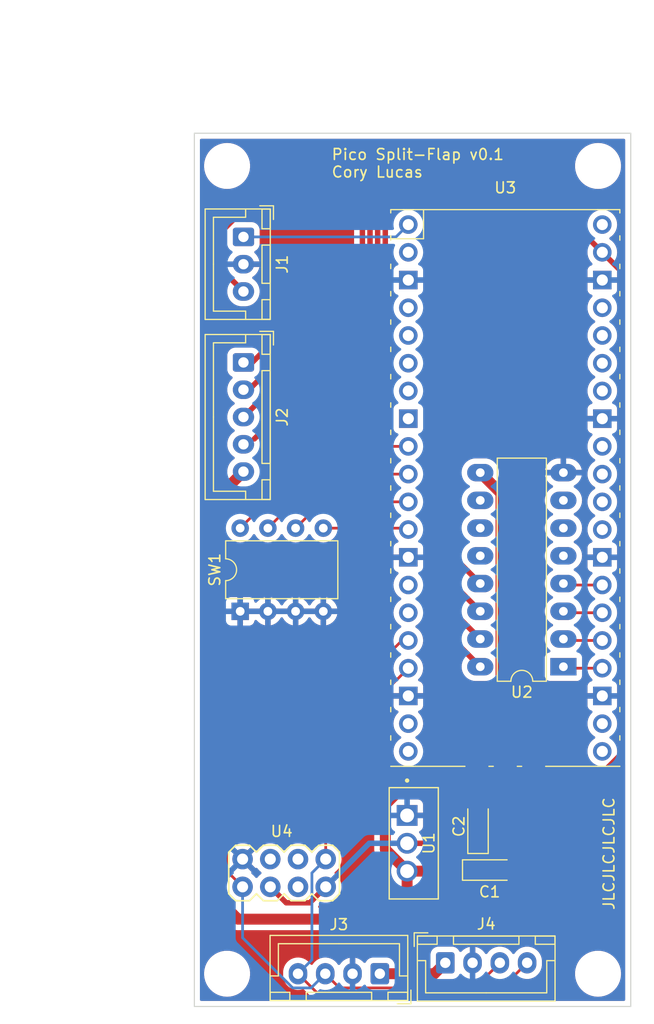
<source format=kicad_pcb>
(kicad_pcb (version 20211014) (generator pcbnew)
  (layers (0 "F.Cu" signal) (31 "B.Cu" signal) (34 "B.Paste" user) (35 "F.Paste" user) (36 "B.SilkS" user "B.Silkscreen") (37 "F.SilkS" user "F.Silkscreen") (38 "B.Mask" user) (39 "F.Mask" user) (44 "Edge.Cuts" user))
  (net 0 "")
  (net 1 "+12V")
  (net 2 "GND")
  (net 3 "+3V3")
  (net 4 "Net-(J1-Pad2)")
  (net 5 "Net-(J2-Pad3)")
  (net 6 "Net-(J2-Pad4)")
  (net 17 "Net-(SW1-Pad8)")
  (net 18 "Net-(SW1-Pad7)")
  (net 35 "Net-(U3-Pad1)")
  (net 36 "Net-(U3-Pad11)")
  (net 37 "Net-(U3-Pad12)")
  (net 40 "Net-(J1-Pad1)")
  (net 41 "Net-(J1-Pad3)")
  (net 42 "Net-(J1-Pad4)")
  (net 43 "Net-(U3-Pad24)")
  (net 44 "Net-(U3-Pad25)")
  (net 45 "Net-(U3-Pad26)")
  (net 46 "Net-(U3-Pad27)")
  (footprint "MountingHole:MountingHole_3.2mm_M3_ISO14580" (layer "F.Cu") (at 82 63)
    (fp_text reference "H3" hide)
    (fp_text value "MountingHole")
    (pad "" np_thru_hole circle (at 0 0) (size 3.2 3.2) (drill 3.2) (layers *.Cu *.Mask))
  )
  (footprint "SnapEDA Library:TO255P1020X450X1968-3" (layer "F.Cu") (at 64.5 122.5 -90)
    (fp_text reference "U1" (at 2.55 -2 90) (layer "F.SilkS"))
    (fp_text value "LD1117AV33")
    (fp_line (start -2.55 -2.86) (end 7.65 -2.86) (layer "F.SilkS") (width 0.127))
    (fp_line (start -2.55 1.64) (end -2.55 -2.86) (layer "F.SilkS") (width 0.127))
    (fp_line (start 7.65 -2.86) (end 7.65 1.64) (layer "F.SilkS") (width 0.127))
    (fp_line (start 7.65 1.64) (end -2.55 1.64) (layer "F.SilkS") (width 0.127))
    (fp_circle (center -3.2 0) (end -3.1 0) (layer "F.SilkS") (width 0.2) (fill none))
    (pad "1" thru_hole rect locked (at 0 0 270) (size 1.91 1.91) (drill 1.27) (layers *.Cu *.Mask) (net 2 "GND"))
    (pad "2" thru_hole circle locked (at 2.55 0 270) (size 1.91 1.91) (drill 1.27) (layers *.Cu *.Mask) (net 3 "+3V3"))
    (pad "3" thru_hole circle locked (at 5.1 0 270) (size 1.91 1.91) (drill 1.27) (layers *.Cu *.Mask) (net 1 "+12V"))
  )
  (footprint "Package_DIP:DIP-16_W7.62mm_LongPads" (layer "F.Cu") (at 78.825 108.875 180)
    (fp_text reference "U2" (at 3.81 -2.33) (layer "F.SilkS"))
    (fp_text value "ULN2004A")
    (fp_line (start 2.81 -1.33) (end 1.56 -1.33) (layer "F.SilkS") (width 0.12))
    (fp_line (start 6.06 -1.33) (end 4.81 -1.33) (layer "F.SilkS") (width 0.12))
    (fp_line (start 6.06 19.11) (end 6.06 -1.33) (layer "F.SilkS") (width 0.12))
    (fp_line (start 1.56 19.11) (end 6.06 19.11) (layer "F.SilkS") (width 0.12))
    (fp_line (start 1.56 -1.33) (end 1.56 19.11) (layer "F.SilkS") (width 0.12))
    (fp_arc (start 4.81 -1.33) (mid 3.81 -0.33) (end 2.81 -1.33) (layer "F.SilkS") (width 0.12))
    (pad "1" thru_hole rect (at 0 0 180) (size 2.4 1.6) (drill 0.8) (layers *.Cu *.Mask) (net 43 "Net-(U3-Pad24)"))
    (pad "2" thru_hole oval (at 0 2.54 180) (size 2.4 1.6) (drill 0.8) (layers *.Cu *.Mask) (net 44 "Net-(U3-Pad25)"))
    (pad "3" thru_hole oval (at 0 5.08 180) (size 2.4 1.6) (drill 0.8) (layers *.Cu *.Mask) (net 45 "Net-(U3-Pad26)"))
    (pad "4" thru_hole oval (at 0 7.62 180) (size 2.4 1.6) (drill 0.8) (layers *.Cu *.Mask) (net 46 "Net-(U3-Pad27)"))
    (pad "5" thru_hole oval (at 0 10.16 180) (size 2.4 1.6) (drill 0.8) (layers *.Cu *.Mask))
    (pad "6" thru_hole oval (at 0 12.7 180) (size 2.4 1.6) (drill 0.8) (layers *.Cu *.Mask))
    (pad "7" thru_hole oval (at 0 15.24 180) (size 2.4 1.6) (drill 0.8) (layers *.Cu *.Mask))
    (pad "8" thru_hole oval (at 0 17.78 180) (size 2.4 1.6) (drill 0.8) (layers *.Cu *.Mask) (net 2 "GND"))
    (pad "9" thru_hole oval (at 7.62 17.78 180) (size 2.4 1.6) (drill 0.8) (layers *.Cu *.Mask) (net 1 "+12V"))
    (pad "10" thru_hole oval (at 7.62 15.24 180) (size 2.4 1.6) (drill 0.8) (layers *.Cu *.Mask))
    (pad "11" thru_hole oval (at 7.62 12.7 180) (size 2.4 1.6) (drill 0.8) (layers *.Cu *.Mask))
    (pad "12" thru_hole oval (at 7.62 10.16 180) (size 2.4 1.6) (drill 0.8) (layers *.Cu *.Mask))
    (pad "13" thru_hole oval (at 7.62 7.62 180) (size 2.4 1.6) (drill 0.8) (layers *.Cu *.Mask) (net 40 "Net-(J1-Pad1)"))
    (pad "14" thru_hole oval (at 7.62 5.08 180) (size 2.4 1.6) (drill 0.8) (layers *.Cu *.Mask) (net 4 "Net-(J1-Pad2)"))
    (pad "15" thru_hole oval (at 7.62 2.54 180) (size 2.4 1.6) (drill 0.8) (layers *.Cu *.Mask) (net 41 "Net-(J1-Pad3)"))
    (pad "16" thru_hole oval (at 7.62 0 180) (size 2.4 1.6) (drill 0.8) (layers *.Cu *.Mask) (net 42 "Net-(J1-Pad4)"))
  )
  (footprint "MountingHole:MountingHole_3.2mm_M3_ISO14580" (layer "F.Cu") (at 48 63)
    (fp_text reference "H1" hide)
    (fp_text value "MountingHole")
    (pad "" np_thru_hole circle (at 0 0) (size 3.2 3.2) (drill 3.2) (layers *.Cu *.Mask))
  )
  (footprint "Package_DIP:DIP-8_W7.62mm" (layer "F.Cu") (at 49.2 103.8 90)
    (fp_text reference "SW1" (at 3.81 -2.33 90) (layer "F.SilkS"))
    (fp_text value "Address DIP Switch")
    (fp_line (start 2.81 -1.33) (end 1.16 -1.33) (layer "F.SilkS") (width 0.12))
    (fp_line (start 6.46 -1.33) (end 4.81 -1.33) (layer "F.SilkS") (width 0.12))
    (fp_line (start 1.16 -1.33) (end 1.16 8.95) (layer "F.SilkS") (width 0.12))
    (fp_line (start 6.46 8.95) (end 6.46 -1.33) (layer "F.SilkS") (width 0.12))
    (fp_line (start 1.16 8.95) (end 6.46 8.95) (layer "F.SilkS") (width 0.12))
    (fp_arc (start 4.81 -1.33) (mid 3.81 -0.33) (end 2.81 -1.33) (layer "F.SilkS") (width 0.12))
    (pad "1" thru_hole rect (at 0 0 90) (size 1.6 1.6) (drill 0.8) (layers *.Cu *.Mask) (net 2 "GND"))
    (pad "2" thru_hole oval (at 0 2.54 90) (size 1.6 1.6) (drill 0.8) (layers *.Cu *.Mask) (net 2 "GND"))
    (pad "3" thru_hole oval (at 0 5.08 90) (size 1.6 1.6) (drill 0.8) (layers *.Cu *.Mask) (net 2 "GND"))
    (pad "4" thru_hole oval (at 0 7.62 90) (size 1.6 1.6) (drill 0.8) (layers *.Cu *.Mask) (net 2 "GND"))
    (pad "5" thru_hole oval (at 7.62 7.62 90) (size 1.6 1.6) (drill 0.8) (layers *.Cu *.Mask) (net 37 "Net-(U3-Pad12)"))
    (pad "6" thru_hole oval (at 7.62 5.08 90) (size 1.6 1.6) (drill 0.8) (layers *.Cu *.Mask) (net 36 "Net-(U3-Pad11)"))
    (pad "7" thru_hole oval (at 7.62 2.54 90) (size 1.6 1.6) (drill 0.8) (layers *.Cu *.Mask) (net 18 "Net-(SW1-Pad7)"))
    (pad "8" thru_hole oval (at 7.62 0 90) (size 1.6 1.6) (drill 0.8) (layers *.Cu *.Mask) (net 17 "Net-(SW1-Pad8)"))
  )
  (footprint "MountingHole:MountingHole_3.2mm_M3_ISO14580" (layer "F.Cu") (at 48 137)
    (fp_text reference "H4" hide)
    (fp_text value "MountingHole")
    (pad "" np_thru_hole circle (at 0 0) (size 3.2 3.2) (drill 3.2) (layers *.Cu *.Mask))
  )
  (footprint "Connector_JST:JST_XH_B3B-XH-A_1x03_P2.50mm_Vertical" (layer "F.Cu") (at 49.5 69.5 -90)
    (fp_text reference "J1" (at 2.5 -3.55 90) (layer "F.SilkS"))
    (fp_text value "Hall Sesnsor Connector")
    (fp_line (start -1.6 -2.75) (end -2.85 -2.75) (layer "F.SilkS") (width 0.12))
    (fp_line (start -2.56 3.51) (end 7.56 3.51) (layer "F.SilkS") (width 0.12))
    (fp_line (start 7.56 -2.46) (end -2.56 -2.46) (layer "F.SilkS") (width 0.12))
    (fp_line (start 7.55 -0.2) (end 6.8 -0.2) (layer "F.SilkS") (width 0.12))
    (fp_line (start -2.85 -2.75) (end -2.85 -1.5) (layer "F.SilkS") (width 0.12))
    (fp_line (start 5.75 -1.7) (end 7.55 -1.7) (layer "F.SilkS") (width 0.12))
    (fp_line (start -1.8 -0.2) (end -1.8 2.75) (layer "F.SilkS") (width 0.12))
    (fp_line (start 4.25 -2.45) (end 0.75 -2.45) (layer "F.SilkS") (width 0.12))
    (fp_line (start 0.75 -2.45) (end 0.75 -1.7) (layer "F.SilkS") (width 0.12))
    (fp_line (start 4.25 -1.7) (end 4.25 -2.45) (layer "F.SilkS") (width 0.12))
    (fp_line (start -2.55 -1.7) (end -0.75 -1.7) (layer "F.SilkS") (width 0.12))
    (fp_line (start 5.75 -2.45) (end 5.75 -1.7) (layer "F.SilkS") (width 0.12))
    (fp_line (start -2.55 -0.2) (end -1.8 -0.2) (layer "F.SilkS") (width 0.12))
    (fp_line (start 6.8 -0.2) (end 6.8 2.75) (layer "F.SilkS") (width 0.12))
    (fp_line (start 7.55 -1.7) (end 7.55 -2.45) (layer "F.SilkS") (width 0.12))
    (fp_line (start -1.8 2.75) (end 2.5 2.75) (layer "F.SilkS") (width 0.12))
    (fp_line (start -0.75 -2.45) (end -2.55 -2.45) (layer "F.SilkS") (width 0.12))
    (fp_line (start 6.8 2.75) (end 2.5 2.75) (layer "F.SilkS") (width 0.12))
    (fp_line (start 7.56 3.51) (end 7.56 -2.46) (layer "F.SilkS") (width 0.12))
    (fp_line (start -2.55 -2.45) (end -2.55 -1.7) (layer "F.SilkS") (width 0.12))
    (fp_line (start -2.56 -2.46) (end -2.56 3.51) (layer "F.SilkS") (width 0.12))
    (fp_line (start 7.55 -2.45) (end 5.75 -2.45) (layer "F.SilkS") (width 0.12))
    (fp_line (start -0.75 -1.7) (end -0.75 -2.45) (layer "F.SilkS") (width 0.12))
    (fp_line (start 0.75 -1.7) (end 4.25 -1.7) (layer "F.SilkS") (width 0.12))
    (pad "1" thru_hole roundrect (at 0 0 270) (size 1.7 1.95) (drill 0.95) (layers *.Cu *.Mask) (roundrect_rratio 0.1470588235) (net 35 "Net-(U3-Pad1)"))
    (pad "2" thru_hole oval (at 2.5 0 270) (size 1.7 1.95) (drill 0.95) (layers *.Cu *.Mask) (net 2 "GND"))
    (pad "3" thru_hole oval (at 5 0 270) (size 1.7 1.95) (drill 0.95) (layers *.Cu *.Mask) (net 3 "+3V3"))
  )
  (footprint "MCU_RaspberryPi_and_Boards:RPi_Pico_TH" (layer "F.Cu") (at 73.5 92.5)
    (fp_text reference "U3" (at 0 -27.5) (layer "F.SilkS"))
    (fp_text value "Pico")
    (fp_line (start 10.5 2.3) (end 10.5 2.7) (layer "F.SilkS") (width 0.12))
    (fp_line (start 10.5 7.4) (end 10.5 7.8) (layer "F.SilkS") (width 0.12))
    (fp_line (start 10.5 -18) (end 10.5 -17.6) (layer "F.SilkS") (width 0.12))
    (fp_line (start 10.5 25.5) (end 3.7 25.5) (layer "F.SilkS") (width 0.12))
    (fp_line (start 10.5 22.7) (end 10.5 23.1) (layer "F.SilkS") (width 0.12))
    (fp_line (start -10.5 -2.7) (end -10.5 -2.3) (layer "F.SilkS") (width 0.12))
    (fp_line (start 10.5 -2.7) (end 10.5 -2.3) (layer "F.SilkS") (width 0.12))
    (fp_line (start -1.5 25.5) (end -1.1 25.5) (layer "F.SilkS") (width 0.12))
    (fp_line (start -10.5 12.5) (end -10.5 12.9) (layer "F.SilkS") (width 0.12))
    (fp_line (start -10.5 17.6) (end -10.5 18) (layer "F.SilkS") (width 0.12))
    (fp_line (start -10.5 -22.833) (end -7.493 -22.833) (layer "F.SilkS") (width 0.12))
    (fp_line (start -10.5 -5.3) (end -10.5 -4.9) (layer "F.SilkS") (width 0.12))
    (fp_line (start -10.5 15.1) (end -10.5 15.5) (layer "F.SilkS") (width 0.12))
    (fp_line (start -10.5 -25.5) (end -10.5 -25.2) (layer "F.SilkS") (width 0.12))
    (fp_line (start -10.5 -20.5) (end -10.5 -20.1) (layer "F.SilkS") (width 0.12))
    (fp_line (start 10.5 -12.9) (end 10.5 -12.5) (layer "F.SilkS") (width 0.12))
    (fp_line (start 10.5 -20.5) (end 10.5 -20.1) (layer "F.SilkS") (width 0.12))
    (fp_line (start -10.5 -7.8) (end -10.5 -7.4) (layer "F.SilkS") (width 0.12))
    (fp_line (start -10.5 20.1) (end -10.5 20.5) (layer "F.SilkS") (width 0.12))
    (fp_line (start 10.5 -23.1) (end 10.5 -22.7) (layer "F.SilkS") (width 0.12))
    (fp_line (start 10.5 -15.4) (end 10.5 -15) (layer "F.SilkS") (width 0.12))
    (fp_line (start 10.5 12.5) (end 10.5 12.9) (layer "F.SilkS") (width 0.12))
    (fp_line (start 10.5 15.1) (end 10.5 15.5) (layer "F.SilkS") (width 0.12))
    (fp_line (start 10.5 -0.2) (end 10.5 0.2) (layer "F.SilkS") (width 0.12))
    (fp_line (start -10.5 -10.4) (end -10.5 -10) (layer "F.SilkS") (width 0.12))
    (fp_line (start -10.5 -12.9) (end -10.5 -12.5) (layer "F.SilkS") (width 0.12))
    (fp_line (start -10.5 -18) (end -10.5 -17.6) (layer "F.SilkS") (width 0.12))
    (fp_line (start -7.493 -22.833) (end -7.493 -25.5) (layer "F.SilkS") (width 0.12))
    (fp_line (start 1.1 25.5) (end 1.5 25.5) (layer "F.SilkS") (width 0.12))
    (fp_line (start -10.5 -25.5) (end 10.5 -25.5) (layer "F.SilkS") (width 0.12))
    (fp_line (start 10.5 -5.3) (end 10.5 -4.9) (layer "F.SilkS") (width 0.12))
    (fp_line (start -10.5 -15.4) (end -10.5 -15) (layer "F.SilkS") (width 0.12))
    (fp_line (start -10.5 -23.1) (end -10.5 -22.7) (layer "F.SilkS") (width 0.12))
    (fp_line (start 10.5 17.6) (end 10.5 18) (layer "F.SilkS") (width 0.12))
    (fp_line (start -10.5 4.9) (end -10.5 5.3) (layer "F.SilkS") (width 0.12))
    (fp_line (start -10.5 -0.2) (end -10.5 0.2) (layer "F.SilkS") (width 0.12))
    (fp_line (start -10.5 2.3) (end -10.5 2.7) (layer "F.SilkS") (width 0.12))
    (fp_line (start 10.5 4.9) (end 10.5 5.3) (layer "F.SilkS") (width 0.12))
    (fp_line (start 10.5 -10.4) (end 10.5 -10) (layer "F.SilkS") (width 0.12))
    (fp_line (start -10.5 22.7) (end -10.5 23.1) (layer "F.SilkS") (width 0.12))
    (fp_line (start 10.5 -25.5) (end 10.5 -25.2) (layer "F.SilkS") (width 0.12))
    (fp_line (start -10.5 10) (end -10.5 10.4) (layer "F.SilkS") (width 0.12))
    (fp_line (start -3.7 25.5) (end -10.5 25.5) (layer "F.SilkS") (width 0.12))
    (fp_line (start -10.5 7.4) (end -10.5 7.8) (layer "F.SilkS") (width 0.12))
    (fp_line (start 10.5 10) (end 10.5 10.4) (layer "F.SilkS") (width 0.12))
    (fp_line (start 10.5 20.1) (end 10.5 20.5) (layer "F.SilkS") (width 0.12))
    (fp_line (start 10.5 -7.8) (end 10.5 -7.4) (layer "F.SilkS") (width 0.12))
    (pad "1" thru_hole oval (at -8.89 -24.13) (size 1.7 1.7) (drill 1.02) (layers *.Cu *.Mask) (net 35 "Net-(U3-Pad1)"))
    (pad "2" thru_hole oval (at -8.89 -21.59) (size 1.7 1.7) (drill 1.02) (layers *.Cu *.Mask))
    (pad "3" thru_hole rect (at -8.89 -19.05) (size 1.7 1.7) (drill 1.02) (layers *.Cu *.Mask) (net 2 "GND"))
    (pad "4" thru_hole oval (at -8.89 -16.51) (size 1.7 1.7) (drill 1.02) (layers *.Cu *.Mask))
    (pad "5" thru_hole oval (at -8.89 -13.97) (size 1.7 1.7) (drill 1.02) (layers *.Cu *.Mask))
    (pad "6" thru_hole oval (at -8.89 -11.43) (size 1.7 1.7) (drill 1.02) (layers *.Cu *.Mask))
    (pad "7" thru_hole oval (at -8.89 -8.89) (size 1.7 1.7) (drill 1.02) (layers *.Cu *.Mask))
    (pad "8" thru_hole rect (at -8.89 -6.35) (size 1.7 1.7) (drill 1.02) (layers *.Cu *.Mask))
    (pad "9" thru_hole oval (at -8.89 -3.81) (size 1.7 1.7) (drill 1.02) (layers *.Cu *.Mask) (net 17 "Net-(SW1-Pad8)"))
    (pad "10" thru_hole oval (at -8.89 -1.27) (size 1.7 1.7) (drill 1.02) (layers *.Cu *.Mask) (net 18 "Net-(SW1-Pad7)"))
    (pad "11" thru_hole oval (at -8.89 1.27) (size 1.7 1.7) (drill 1.02) (layers *.Cu *.Mask) (net 36 "Net-(U3-Pad11)"))
    (pad "12" thru_hole oval (at -8.89 3.81) (size 1.7 1.7) (drill 1.02) (layers *.Cu *.Mask) (net 37 "Net-(U3-Pad12)"))
    (pad "13" thru_hole rect (at -8.89 6.35) (size 1.7 1.7) (drill 1.02) (layers *.Cu *.Mask) (net 2 "GND"))
    (pad "14" thru_hole oval (at -8.89 8.89) (size 1.7 1.7) (drill 1.02) (layers *.Cu *.Mask))
    (pad "15" thru_hole oval (at -8.89 11.43) (size 1.7 1.7) (drill 1.02) (layers *.Cu *.Mask))
    (pad "16" thru_hole oval (at -8.89 13.97) (size 1.7 1.7) (drill 1.02) (layers *.Cu *.Mask) (net 5 "Net-(J2-Pad3)"))
    (pad "17" thru_hole oval (at -8.89 16.51) (size 1.7 1.7) (drill 1.02) (layers *.Cu *.Mask) (net 6 "Net-(J2-Pad4)"))
    (pad "18" thru_hole rect (at -8.89 19.05) (size 1.7 1.7) (drill 1.02) (layers *.Cu *.Mask) (net 2 "GND"))
    (pad "19" thru_hole oval (at -8.89 21.59) (size 1.7 1.7) (drill 1.02) (layers *.Cu *.Mask))
    (pad "20" thru_hole oval (at -8.89 24.13) (size 1.7 1.7) (drill 1.02) (layers *.Cu *.Mask))
    (pad "21" thru_hole oval (at 8.89 24.13) (size 1.7 1.7) (drill 1.02) (layers *.Cu *.Mask))
    (pad "22" thru_hole oval (at 8.89 21.59) (size 1.7 1.7) (drill 1.02) (layers *.Cu *.Mask))
    (pad "23" thru_hole rect (at 8.89 19.05) (size 1.7 1.7) (drill 1.02) (layers *.Cu *.Mask) (net 2 "GND"))
    (pad "24" thru_hole oval (at 8.89 16.51) (size 1.7 1.7) (drill 1.02) (layers *.Cu *.Mask) (net 43 "Net-(U3-Pad24)"))
    (pad "25" thru_hole oval (at 8.89 13.97) (size 1.7 1.7) (drill 1.02) (layers *.Cu *.Mask) (net 44 "Net-(U3-Pad25)"))
    (pad "26" thru_hole oval (at 8.89 11.43) (size 1.7 1.7) (drill 1.02) (layers *.Cu *.Mask) (net 45 "Net-(U3-Pad26)"))
    (pad "27" thru_hole oval (at 8.89 8.89) (size 1.7 1.7) (drill 1.02) (layers *.Cu *.Mask) (net 46 "Net-(U3-Pad27)"))
    (pad "28" thru_hole rect (at 8.89 6.35) (size 1.7 1.7) (drill 1.02) (layers *.Cu *.Mask) (net 2 "GND"))
    (pad "29" thru_hole oval (at 8.89 3.81) (size 1.7 1.7) (drill 1.02) (layers *.Cu *.Mask))
    (pad "30" thru_hole oval (at 8.89 1.27) (size 1.7 1.7) (drill 1.02) (layers *.Cu *.Mask))
    (pad "31" thru_hole oval (at 8.89 -1.27) (size 1.7 1.7) (drill 1.02) (layers *.Cu *.Mask))
    (pad "32" thru_hole oval (at 8.89 -3.81) (size 1.7 1.7) (drill 1.02) (layers *.Cu *.Mask))
    (pad "33" thru_hole rect (at 8.89 -6.35) (size 1.7 1.7) (drill 1.02) (layers *.Cu *.Mask) (net 2 "GND"))
    (pad "34" thru_hole oval (at 8.89 -8.89) (size 1.7 1.7) (drill 1.02) (layers *.Cu *.Mask))
    (pad "35" thru_hole oval (at 8.89 -11.43) (size 1.7 1.7) (drill 1.02) (layers *.Cu *.Mask))
    (pad "36" thru_hole oval (at 8.89 -13.97) (size 1.7 1.7) (drill 1.02) (layers *.Cu *.Mask))
    (pad "37" thru_hole oval (at 8.89 -16.51) (size 1.7 1.7) (drill 1.02) (layers *.Cu *.Mask))
    (pad "38" thru_hole rect (at 8.89 -19.05) (size 1.7 1.7) (drill 1.02) (layers *.Cu *.Mask) (net 2 "GND"))
    (pad "39" thru_hole oval (at 8.89 -21.59) (size 1.7 1.7) (drill 1.02) (layers *.Cu *.Mask) (net 3 "+3V3"))
    (pad "40" thru_hole oval (at 8.89 -24.13) (size 1.7 1.7) (drill 1.02) (layers *.Cu *.Mask))
  )
  (footprint "Connector_JST:JST_XH_B5B-XH-A_1x05_P2.50mm_Vertical" (layer "F.Cu") (at 49.5 81 -90)
    (fp_text reference "J2" (at 5 -3.55 90) (layer "F.SilkS"))
    (fp_text value "Motor Connector")
    (fp_line (start 9.25 -1.7) (end 9.25 -2.45) (layer "F.SilkS") (width 0.12))
    (fp_line (start 9.25 -2.45) (end 0.75 -2.45) (layer "F.SilkS") (width 0.12))
    (fp_line (start -2.55 -2.45) (end -2.55 -1.7) (layer "F.SilkS") (width 0.12))
    (fp_line (start -2.85 -2.75) (end -2.85 -1.5) (layer "F.SilkS") (width 0.12))
    (fp_line (start 11.8 2.75) (end 5 2.75) (layer "F.SilkS") (width 0.12))
    (fp_line (start -0.75 -2.45) (end -2.55 -2.45) (layer "F.SilkS") (width 0.12))
    (fp_line (start 12.56 -2.46) (end -2.56 -2.46) (layer "F.SilkS") (width 0.12))
    (fp_line (start -1.6 -2.75) (end -2.85 -2.75) (layer "F.SilkS") (width 0.12))
    (fp_line (start 12.55 -0.2) (end 11.8 -0.2) (layer "F.SilkS") (width 0.12))
    (fp_line (start 10.75 -2.45) (end 10.75 -1.7) (layer "F.SilkS") (width 0.12))
    (fp_line (start -1.8 2.75) (end 5 2.75) (layer "F.SilkS") (width 0.12))
    (fp_line (start -2.55 -0.2) (end -1.8 -0.2) (layer "F.SilkS") (width 0.12))
    (fp_line (start 12.56 3.51) (end 12.56 -2.46) (layer "F.SilkS") (width 0.12))
    (fp_line (start -2.55 -1.7) (end -0.75 -1.7) (layer "F.SilkS") (width 0.12))
    (fp_line (start 10.75 -1.7) (end 12.55 -1.7) (layer "F.SilkS") (width 0.12))
    (fp_line (start -2.56 -2.46) (end -2.56 3.51) (layer "F.SilkS") (width 0.12))
    (fp_line (start 0.75 -1.7) (end 9.25 -1.7) (layer "F.SilkS") (width 0.12))
    (fp_line (start 12.55 -2.45) (end 10.75 -2.45) (layer "F.SilkS") (width 0.12))
    (fp_line (start -2.56 3.51) (end 12.56 3.51) (layer "F.SilkS") (width 0.12))
    (fp_line (start 0.75 -2.45) (end 0.75 -1.7) (layer "F.SilkS") (width 0.12))
    (fp_line (start 11.8 -0.2) (end 11.8 2.75) (layer "F.SilkS") (width 0.12))
    (fp_line (start -1.8 -0.2) (end -1.8 2.75) (layer "F.SilkS") (width 0.12))
    (fp_line (start -0.75 -1.7) (end -0.75 -2.45) (layer "F.SilkS") (width 0.12))
    (fp_line (start 12.55 -1.7) (end 12.55 -2.45) (layer "F.SilkS") (width 0.12))
    (pad "1" thru_hole roundrect (at 0 0 270) (size 1.7 1.95) (drill 0.95) (layers *.Cu *.Mask) (roundrect_rratio 0.1470588235) (net 40 "Net-(J1-Pad1)"))
    (pad "2" thru_hole oval (at 2.5 0 270) (size 1.7 1.95) (drill 0.95) (layers *.Cu *.Mask) (net 4 "Net-(J1-Pad2)"))
    (pad "3" thru_hole oval (at 5 0 270) (size 1.7 1.95) (drill 0.95) (layers *.Cu *.Mask) (net 41 "Net-(J1-Pad3)"))
    (pad "4" thru_hole oval (at 7.5 0 270) (size 1.7 1.95) (drill 0.95) (layers *.Cu *.Mask) (net 42 "Net-(J1-Pad4)"))
    (pad "5" thru_hole oval (at 10 0 270) (size 1.7 1.95) (drill 0.95) (layers *.Cu *.Mask) (net 1 "+12V"))
  )
  (footprint "Connector_JST:JST_XH_B4B-XH-A_1x04_P2.50mm_Vertical" (layer "F.Cu") (at 68 136)
    (fp_text reference "J4" (at 3.75 -3.55) (layer "F.SilkS"))
    (fp_text value "Daisy Chain In")
    (fp_line (start 10.06 -2.46) (end -2.56 -2.46) (layer "F.SilkS") (width 0.12))
    (fp_line (start 10.05 -0.2) (end 9.3 -0.2) (layer "F.SilkS") (width 0.12))
    (fp_line (start -1.8 2.75) (end 3.75 2.75) (layer "F.SilkS") (width 0.12))
    (fp_line (start -0.75 -2.45) (end -2.55 -2.45) (layer "F.SilkS") (width 0.12))
    (fp_line (start 9.3 -0.2) (end 9.3 2.75) (layer "F.SilkS") (width 0.12))
    (fp_line (start 10.05 -2.45) (end 8.25 -2.45) (layer "F.SilkS") (width 0.12))
    (fp_line (start 6.75 -1.7) (end 6.75 -2.45) (layer "F.SilkS") (width 0.12))
    (fp_line (start 10.05 -1.7) (end 10.05 -2.45) (layer "F.SilkS") (width 0.12))
    (fp_line (start 6.75 -2.45) (end 0.75 -2.45) (layer "F.SilkS") (width 0.12))
    (fp_line (start -1.6 -2.75) (end -2.85 -2.75) (layer "F.SilkS") (width 0.12))
    (fp_line (start 10.06 3.51) (end 10.06 -2.46) (layer "F.SilkS") (width 0.12))
    (fp_line (start 0.75 -2.45) (end 0.75 -1.7) (layer "F.SilkS") (width 0.12))
    (fp_line (start 8.25 -2.45) (end 8.25 -1.7) (layer "F.SilkS") (width 0.12))
    (fp_line (start 8.25 -1.7) (end 10.05 -1.7) (layer "F.SilkS") (width 0.12))
    (fp_line (start 0.75 -1.7) (end 6.75 -1.7) (layer "F.SilkS") (width 0.12))
    (fp_line (start -1.8 -0.2) (end -1.8 2.75) (layer "F.SilkS") (width 0.12))
    (fp_line (start -2.85 -2.75) (end -2.85 -1.5) (layer "F.SilkS") (width 0.12))
    (fp_line (start -2.55 -2.45) (end -2.55 -1.7) (layer "F.SilkS") (width 0.12))
    (fp_line (start -2.55 -1.7) (end -0.75 -1.7) (layer "F.SilkS") (width 0.12))
    (fp_line (start -0.75 -1.7) (end -0.75 -2.45) (layer "F.SilkS") (width 0.12))
    (fp_line (start 9.3 2.75) (end 3.75 2.75) (layer "F.SilkS") (width 0.12))
    (fp_line (start -2.56 -2.46) (end -2.56 3.51) (layer "F.SilkS") (width 0.12))
    (fp_line (start -2.55 -0.2) (end -1.8 -0.2) (layer "F.SilkS") (width 0.12))
    (fp_line (start -2.56 3.51) (end 10.06 3.51) (layer "F.SilkS") (width 0.12))
    (pad "1" thru_hole roundrect (at 0 0) (size 1.7 1.95) (drill 0.95) (layers *.Cu *.Mask) (roundrect_rratio 0.1470588235) (net 1 "+12V"))
    (pad "2" thru_hole oval (at 2.5 0) (size 1.7 1.95) (drill 0.95) (layers *.Cu *.Mask) (net 2 "GND"))
    (pad "3" thru_hole oval (at 5 0) (size 1.7 1.95) (drill 0.95) (layers *.Cu *.Mask) (net 5 "Net-(J2-Pad3)"))
    (pad "4" thru_hole oval (at 7.5 0) (size 1.7 1.95) (drill 0.95) (layers *.Cu *.Mask) (net 6 "Net-(J2-Pad4)"))
  )
  (footprint "MountingHole:MountingHole_3.2mm_M3_ISO14580" (layer "F.Cu") (at 82 137)
    (fp_text reference "H2" hide)
    (fp_text value "MountingHole")
    (pad "" np_thru_hole circle (at 0 0) (size 3.2 3.2) (drill 3.2) (layers *.Cu *.Mask))
  )
  (footprint "SnapEDA Library:ESP-01" (layer "F.Cu") (at 53.23 127.77)
    (fp_text reference "U4" (at -0.23 -3.81) (layer "F.SilkS"))
    (fp_text value "ESP-01")
    (fp_line (start -5.08 1.905) (end -4.445 2.54) (layer "F.SilkS") (width 0.1524))
    (fp_line (start -2.54 1.905) (end -1.905 2.54) (layer "F.SilkS") (width 0.1524))
    (fp_line (start -2.54 -1.905) (end -1.905 -2.54) (layer "F.SilkS") (width 0.1524))
    (fp_line (start 2.54 1.905) (end 3.175 2.54) (layer "F.SilkS") (width 0.1524))
    (fp_line (start 4.445 -2.54) (end 5.08 -1.905) (layer "F.SilkS") (width 0.1524))
    (fp_line (start 1.905 2.54) (end 2.54 1.905) (layer "F.SilkS") (width 0.1524))
    (fp_line (start 4.445 2.54) (end 5.08 1.905) (layer "F.SilkS") (width 0.1524))
    (fp_line (start 3.175 2.54) (end 4.445 2.54) (layer "F.SilkS") (width 0.1524))
    (fp_line (start -5.08 -1.905) (end -4.445 -2.54) (layer "F.SilkS") (width 0.1524))
    (fp_line (start -0.635 2.54) (end 0 1.905) (layer "F.SilkS") (width 0.1524))
    (fp_line (start -1.905 2.54) (end -0.635 2.54) (layer "F.SilkS") (width 0.1524))
    (fp_line (start -3.175 -2.54) (end -2.54 -1.905) (layer "F.SilkS") (width 0.1524))
    (fp_line (start 0.635 2.54) (end 1.905 2.54) (layer "F.SilkS") (width 0.1524))
    (fp_line (start 1.905 -2.54) (end 2.54 -1.905) (layer "F.SilkS") (width 0.1524))
    (fp_line (start -5.08 1.905) (end -5.08 -1.905) (layer "F.SilkS") (width 0.1524))
    (fp_line (start 3.175 -2.54) (end 4.445 -2.54) (layer "F.SilkS") (width 0.1524))
    (fp_line (start 0 -1.905) (end 0.635 -2.54) (layer "F.SilkS") (width 0.1524))
    (fp_line (start -4.445 2.54) (end -3.175 2.54) (layer "F.SilkS") (width 0.1524))
    (fp_line (start -0.635 -2.54) (end 0 -1.905) (layer "F.SilkS") (width 0.1524))
    (fp_line (start 0.635 -2.54) (end 1.905 -2.54) (layer "F.SilkS") (width 0.1524))
    (fp_line (start -3.175 2.54) (end -2.54 1.905) (layer "F.SilkS") (width 0.1524))
    (fp_line (start 2.54 -1.905) (end 3.175 -2.54) (layer "F.SilkS") (width 0.1524))
    (fp_line (start -1.905 -2.54) (end -0.635 -2.54) (layer "F.SilkS") (width 0.1524))
    (fp_line (start 5.08 -1.905) (end 5.08 1.905) (layer "F.SilkS") (width 0.1524))
    (fp_line (start 0 1.905) (end 0.635 2.54) (layer "F.SilkS") (width 0.1524))
    (fp_line (start -4.445 -2.54) (end -3.175 -2.54) (layer "F.SilkS") (width 0.1524))
    (pad "1" thru_hole circle locked (at -3.81 1.27) (size 1.8796 1.8796) (drill 1.016) (layers *.Cu *.Mask) (net 5 "Net-(J2-Pad3)"))
    (pad "2" thru_hole circle locked (at -3.81 -1.27) (size 1.8796 1.8796) (drill 1.016) (layers *.Cu *.Mask) (net 2 "GND"))
    (pad "3" thru_hole circle locked (at -1.27 1.27) (size 1.8796 1.8796) (drill 1.016) (layers *.Cu *.Mask) (net 3 "+3V3"))
    (pad "4" thru_hole circle locked (at -1.27 -1.27) (size 1.8796 1.8796) (drill 1.016) (layers *.Cu *.Mask))
    (pad "5" thru_hole circle locked (at 1.27 1.27) (size 1.8796 1.8796) (drill 1.016) (layers *.Cu *.Mask))
    (pad "6" thru_hole circle locked (at 1.27 -1.27) (size 1.8796 1.8796) (drill 1.016) (layers *.Cu *.Mask))
    (pad "7" thru_hole circle locked (at 3.81 1.27) (size 1.8796 1.8796) (drill 1.016) (layers *.Cu *.Mask) (net 3 "+3V3"))
    (pad "8" thru_hole circle locked (at 3.81 -1.27) (size 1.8796 1.8796) (drill 1.016) (layers *.Cu *.Mask) (net 6 "Net-(J2-Pad4)"))
  )
  (footprint "Connector_JST:JST_XH_B4B-XH-A_1x04_P2.50mm_Vertical" (layer "F.Cu") (at 62 137 180)
    (fp_text reference "J3" (at 3.75 4.5) (layer "F.SilkS"))
    (fp_text value "Daisy Chain Out")
    (fp_line (start -2.55 -1.7) (end -0.75 -1.7) (layer "F.SilkS") (width 0.12))
    (fp_line (start 10.06 3.51) (end 10.06 -2.46) (layer "F.SilkS") (width 0.12))
    (fp_line (start 0.75 -1.7) (end 6.75 -1.7) (layer "F.SilkS") (width 0.12))
    (fp_line (start -2.85 -2.75) (end -2.85 -1.5) (layer "F.SilkS") (width 0.12))
    (fp_line (start -0.75 -1.7) (end -0.75 -2.45) (layer "F.SilkS") (width 0.12))
    (fp_line (start -2.56 3.51) (end 10.06 3.51) (layer "F.SilkS") (width 0.12))
    (fp_line (start 9.3 -0.2) (end 9.3 2.75) (layer "F.SilkS") (width 0.12))
    (fp_line (start -1.8 2.75) (end 3.75 2.75) (layer "F.SilkS") (width 0.12))
    (fp_line (start 6.75 -2.45) (end 0.75 -2.45) (layer "F.SilkS") (width 0.12))
    (fp_line (start 8.25 -1.7) (end 10.05 -1.7) (layer "F.SilkS") (width 0.12))
    (fp_line (start 10.05 -0.2) (end 9.3 -0.2) (layer "F.SilkS") (width 0.12))
    (fp_line (start 10.05 -1.7) (end 10.05 -2.45) (layer "F.SilkS") (width 0.12))
    (fp_line (start 6.75 -1.7) (end 6.75 -2.45) (layer "F.SilkS") (width 0.12))
    (fp_line (start 10.06 -2.46) (end -2.56 -2.46) (layer "F.SilkS") (width 0.12))
    (fp_line (start 0.75 -2.45) (end 0.75 -1.7) (layer "F.SilkS") (width 0.12))
    (fp_line (start -0.75 -2.45) (end -2.55 -2.45) (layer "F.SilkS") (width 0.12))
    (fp_line (start -2.55 -2.45) (end -2.55 -1.7) (layer "F.SilkS") (width 0.12))
    (fp_line (start -2.56 -2.46) (end -2.56 3.51) (layer "F.SilkS") (width 0.12))
    (fp_line (start 8.25 -2.45) (end 8.25 -1.7) (layer "F.SilkS") (width 0.12))
    (fp_line (start -1.6 -2.75) (end -2.85 -2.75) (layer "F.SilkS") (width 0.12))
    (fp_line (start 9.3 2.75) (end 3.75 2.75) (layer "F.SilkS") (width 0.12))
    (fp_line (start -2.55 -0.2) (end -1.8 -0.2) (layer "F.SilkS") (width 0.12))
    (fp_line (start 10.05 -2.45) (end 8.25 -2.45) (layer "F.SilkS") (width 0.12))
    (fp_line (start -1.8 -0.2) (end -1.8 2.75) (layer "F.SilkS") (width 0.12))
    (pad "1" thru_hole roundrect (at 0 0 180) (size 1.7 1.95) (drill 0.95) (layers *.Cu *.Mask) (roundrect_rratio 0.1470588235) (net 1 "+12V"))
    (pad "2" thru_hole oval (at 2.5 0 180) (size 1.7 1.95) (drill 0.95) (layers *.Cu *.Mask) (net 2 "GND"))
    (pad "3" thru_hole oval (at 5 0 180) (size 1.7 1.95) (drill 0.95) (layers *.Cu *.Mask) (net 5 "Net-(J2-Pad3)"))
    (pad "4" thru_hole oval (at 7.5 0 180) (size 1.7 1.95) (drill 0.95) (layers *.Cu *.Mask) (net 6 "Net-(J2-Pad4)"))
  )
  (footprint "Capacitor_Tantalum_SMD:CP_EIA-3216-18_Kemet-A_Pad1.58x1.35mm_HandSolder" (layer "F.Cu") (at 72.0625 127.5)
    (fp_text reference "C1" (at 0 2) (layer "F.SilkS"))
    (fp_text value "100nf")
    (fp_line (start -2.485 0.935) (end 1.6 0.935) (layer "F.SilkS") (width 0.12))
    (fp_line (start -2.485 -0.935) (end -2.485 0.935) (layer "F.SilkS") (width 0.12))
    (fp_line (start 1.6 -0.935) (end -2.485 -0.935) (layer "F.SilkS") (width 0.12))
    (pad "1" smd roundrect (at -1.4375 0) (size 1.575 1.35) (layers "F.Cu" "F.Paste" "F.Mask") (roundrect_rratio 0.1851851852) (net 1 "+12V"))
    (pad "2" smd roundrect (at 1.4375 0) (size 1.575 1.35) (layers "F.Cu" "F.Paste" "F.Mask") (roundrect_rratio 0.1851851852) (net 2 "GND"))
  )
  (footprint "Capacitor_Tantalum_SMD:CP_EIA-3216-18_Kemet-A_Pad1.58x1.35mm_HandSolder" (layer "F.Cu") (at 71 123.5 90)
    (fp_text reference "C2" (at 0 -1.75 90) (layer "F.SilkS"))
    (fp_text value "10uf")
    (fp_line (start -2.485 0.935) (end 1.6 0.935) (layer "F.SilkS") (width 0.12))
    (fp_line (start -2.485 -0.935) (end -2.485 0.935) (layer "F.SilkS") (width 0.12))
    (fp_line (start 1.6 -0.935) (end -2.485 -0.935) (layer "F.SilkS") (width 0.12))
    (pad "1" smd roundrect (at -1.4375 0 90) (size 1.575 1.35) (layers "F.Cu" "F.Paste" "F.Mask") (roundrect_rratio 0.1851851852) (net 3 "+3V3"))
    (pad "2" smd roundrect (at 1.4375 0 90) (size 1.575 1.35) (layers "F.Cu" "F.Paste" "F.Mask") (roundrect_rratio 0.1851851852) (net 2 "GND"))
  )
  (gr_line (start 85 60) (end 85 140) (layer "Edge.Cuts") (width 0.1))
  (gr_line (start 45 60) (end 85 60) (layer "Edge.Cuts") (width 0.1))
  (gr_line (start 85 140) (end 45 140) (layer "Edge.Cuts") (width 0.1))
  (gr_line (start 45 140) (end 45 60) (layer "Edge.Cuts") (width 0.1))
  (gr_text "Pico Split-Flap v0.1\nCory Lucas" (at 57.5 62.75) (layer "F.SilkS") (effects (font (size 1 1)) (justify left)))
  (gr_text "JLCJLCJLCJLC" (at 83 126 90) (layer "F.SilkS") (effects (font (size 1 1))))
  (segment (start 49.5 91) (end 47 93.5) (width 1) (layer "F.Cu") (net 1))
  (segment (start 62.5 125.6) (end 64.5 127.6) (width 1) (layer "F.Cu") (net 1))
  (segment (start 73.10452 110.89548) (end 62.5 121.5) (width 1) (layer "F.Cu") (net 1))
  (segment (start 64.5 137) (end 67 137) (width 1) (layer "F.Cu") (net 1))
  (segment (start 47 93.5) (end 47 130) (width 1) (layer "F.Cu") (net 1))
  (segment (start 62 137) (end 64.5 137) (width 1) (layer "F.Cu") (net 1))
  (segment (start 67 137) (end 68 136) (width 1) (layer "F.Cu") (net 1))
  (segment (start 64.5 127.6) (end 64.5 137) (width 1) (layer "F.Cu") (net 1))
  (segment (start 64.5 127.6) (end 70.525 127.6) (width 1) (layer "F.Cu") (net 1))
  (segment (start 73.10452 92.99452) (end 73.10452 110.89548) (width 1) (layer "F.Cu") (net 1))
  (segment (start 62.5 121.5) (end 62.5 125.6) (width 1) (layer "F.Cu") (net 1))
  (segment (start 49 132) (end 64.5 132) (width 1) (layer "F.Cu") (net 1))
  (segment (start 71.205 91.095) (end 73.10452 92.99452) (width 1) (layer "F.Cu") (net 1))
  (segment (start 47 130) (end 49 132) (width 1) (layer "F.Cu") (net 1))
  (segment (start 70.525 127.6) (end 70.625 127.5) (width 0.5) (layer "F.Cu") (net 1))
  (segment (start 74.48 63) (end 53.5 63) (width 0.5) (layer "F.Cu") (net 3))
  (segment (start 51.96 129.04) (end 53.42 130.5) (width 0.5) (layer "F.Cu") (net 3))
  (segment (start 53.42 130.5) (end 55.58 130.5) (width 0.5) (layer "F.Cu") (net 3))
  (segment (start 53.5 63) (end 47.5 69) (width 0.5) (layer "F.Cu") (net 3))
  (segment (start 47.5 72.5) (end 49.740489 74.740489) (width 0.5) (layer "F.Cu") (net 3))
  (segment (start 47.5 69) (end 47.5 72.5) (width 0.5) (layer "F.Cu") (net 3))
  (segment (start 75.95 125.05) (end 64.5 125.05) (width 0.5) (layer "F.Cu") (net 3))
  (segment (start 82.39 70.91) (end 84 72.52) (width 0.5) (layer "F.Cu") (net 3))
  (segment (start 55.58 130.5) (end 57.04 129.04) (width 0.5) (layer "F.Cu") (net 3))
  (segment (start 84 72.52) (end 84 117) (width 0.5) (layer "F.Cu") (net 3))
  (segment (start 49.740489 74.740489) (end 49.5 74.5) (width 0.4) (layer "F.Cu") (net 3))
  (segment (start 82.39 70.91) (end 74.48 63) (width 0.5) (layer "F.Cu") (net 3))
  (segment (start 84 117) (end 75.95 125.05) (width 0.5) (layer "F.Cu") (net 3))
  (segment (start 64.5 125.05) (end 61.03 125.05) (width 0.5) (layer "B.Cu") (net 3))
  (segment (start 61.03 125.05) (end 57.04 129.04) (width 0.5) (layer "B.Cu") (net 3))
  (segment (start 61.100961 65.920499) (end 61.100961 72.399039) (width 0.5) (layer "F.Cu") (net 4))
  (segment (start 71.205 103.795) (end 67.899038 100.489038) (width 0.5) (layer "F.Cu") (net 4))
  (segment (start 67.899038 100.489038) (end 67.899038 65.920498) (width 0.5) (layer "F.Cu") (net 4))
  (segment (start 67.899038 65.920498) (end 66.579502 64.600962) (width 0.5) (layer "F.Cu") (net 4))
  (segment (start 66.579502 64.600962) (end 62.420498 64.600962) (width 0.5) (layer "F.Cu") (net 4))
  (segment (start 61.100961 72.399039) (end 50 83.5) (width 0.5) (layer "F.Cu") (net 4))
  (segment (start 50 83.5) (end 49.5 83.5) (width 0.5) (layer "F.Cu") (net 4))
  (segment (start 62.420498 64.600962) (end 61.100961 65.920499) (width 0.5) (layer "F.Cu") (net 4))
  (segment (start 48 122.5) (end 64.03 106.47) (width 0.25) (layer "F.Cu") (net 5))
  (segment (start 57 137) (end 58.29952 138.29952) (width 0.25) (layer "F.Cu") (net 5))
  (segment (start 64.03 106.47) (end 64.61 106.47) (width 0.25) (layer "F.Cu") (net 5))
  (segment (start 58.29952 138.29952) (end 70.70048 138.29952) (width 0.25) (layer "F.Cu") (net 5))
  (segment (start 70.70048 138.29952) (end 73 136) (width 0.25) (layer "F.Cu") (net 5))
  (segment (start 49.42 129.04) (end 48 127.62) (width 0.25) (layer "F.Cu") (net 5))
  (segment (start 48 127.62) (end 48 122.5) (width 0.25) (layer "F.Cu") (net 5))
  (segment (start 49.42 133.706022) (end 49.42 129.04) (width 0.25) (layer "B.Cu") (net 5))
  (segment (start 57 137) (end 55.70048 138.29952) (width 0.25) (layer "B.Cu") (net 5))
  (segment (start 55.70048 138.29952) (end 54.013498 138.29952) (width 0.25) (layer "B.Cu") (net 5))
  (segment (start 54.013498 138.29952) (end 49.42 133.706022) (width 0.25) (layer "B.Cu") (net 5))
  (segment (start 72.75096 138.74904) (end 75.5 136) (width 0.25) (layer "F.Cu") (net 6))
  (segment (start 54.5 137) (end 56.24904 138.74904) (width 0.25) (layer "F.Cu") (net 6))
  (segment (start 57.04 116.58) (end 57.04 126.5) (width 0.25) (layer "F.Cu") (net 6))
  (segment (start 56.24904 138.74904) (end 72.75096 138.74904) (width 0.25) (layer "F.Cu") (net 6))
  (segment (start 64.61 109.01) (end 57.04 116.58) (width 0.25) (layer "F.Cu") (net 6))
  (segment (start 55.775689 127.764311) (end 55.775689 135.724311) (width 0.25) (layer "B.Cu") (net 6))
  (segment (start 55.775689 135.724311) (end 54.5 137) (width 0.25) (layer "B.Cu") (net 6))
  (segment (start 57.04 126.5) (end 55.775689 127.764311) (width 0.25) (layer "B.Cu") (net 6))
  (segment (start 56.69 88.69) (end 64.61 88.69) (width 0.25) (layer "F.Cu") (net 17))
  (segment (start 49.2 96.18) (end 56.69 88.69) (width 0.25) (layer "F.Cu") (net 17))
  (segment (start 56.69 91.23) (end 64.61 91.23) (width 0.25) (layer "F.Cu") (net 18))
  (segment (start 51.74 96.18) (end 56.69 91.23) (width 0.25) (layer "F.Cu") (net 18))
  (segment (start 49.5 69.5) (end 63.48 69.5) (width 0.25) (layer "B.Cu") (net 35))
  (segment (start 63.48 69.5) (end 64.61 68.37) (width 0.25) (layer "B.Cu") (net 35))
  (segment (start 54.28 96.18) (end 56.69 93.77) (width 0.25) (layer "F.Cu") (net 36))
  (segment (start 56.69 93.77) (end 64.61 93.77) (width 0.25) (layer "F.Cu") (net 36))
  (segment (start 56.82 96.18) (end 64.48 96.18) (width 0.25) (layer "F.Cu") (net 37))
  (segment (start 64.48 96.18) (end 64.61 96.31) (width 0.25) (layer "F.Cu") (net 37))
  (segment (start 50.30048 81) (end 49.5 81) (width 0.5) (layer "F.Cu") (net 40))
  (segment (start 66.869252 63.901442) (end 62.130747 63.901443) (width 0.5) (layer "F.Cu") (net 40))
  (segment (start 71.205 101.255) (end 68.598557 98.648557) (width 0.5) (layer "F.Cu") (net 40))
  (segment (start 68.598557 98.648557) (end 68.598557 65.630747) (width 0.5) (layer "F.Cu") (net 40))
  (segment (start 62.130747 63.901443) (end 60.401441 65.630749) (width 0.5) (layer "F.Cu") (net 40))
  (segment (start 68.598557 65.630747) (end 66.869252 63.901442) (width 0.5) (layer "F.Cu") (net 40))
  (segment (start 60.401441 70.899039) (end 50.30048 81) (width 0.5) (layer "F.Cu") (net 40))
  (segment (start 60.401441 65.630749) (end 60.401441 70.899039) (width 0.5) (layer "F.Cu") (net 40))
  (segment (start 67.199519 66.210249) (end 66.289751 65.300481) (width 0.5) (layer "F.Cu") (net 41))
  (segment (start 66.289751 65.300481) (end 62.710249 65.300481) (width 0.5) (layer "F.Cu") (net 41))
  (segment (start 67.19952 102.32952) (end 67.199519 66.210249) (width 0.5) (layer "F.Cu") (net 41))
  (segment (start 61.800481 66.210249) (end 61.800481 73.699519) (width 0.5) (layer "F.Cu") (net 41))
  (segment (start 71.205 106.335) (end 67.19952 102.32952) (width 0.5) (layer "F.Cu") (net 41))
  (segment (start 62.710249 65.300481) (end 61.800481 66.210249) (width 0.5) (layer "F.Cu") (net 41))
  (segment (start 61.800481 73.699519) (end 49.5 86) (width 0.5) (layer "F.Cu") (net 41))
  (segment (start 71.205 108.875) (end 66.5 104.17) (width 0.5) (layer "F.Cu") (net 42))
  (segment (start 66 66) (end 63 66) (width 0.5) (layer "F.Cu") (net 42))
  (segment (start 66.5 104.17) (end 66.5 66.5) (width 0.5) (layer "F.Cu") (net 42))
  (segment (start 66.5 66.5) (end 66 66) (width 0.5) (layer "F.Cu") (net 42))
  (segment (start 62.5 66.5) (end 62.5 76) (width 0.5) (layer "F.Cu") (net 42))
  (segment (start 62.5 76) (end 50.5 88) (width 0.5) (layer "F.Cu") (net 42))
  (segment (start 63 66) (end 62.5 66.5) (width 0.5) (layer "F.Cu") (net 42))
  (segment (start 82.39 109.01) (end 78.96 109.01) (width 0.25) (layer "F.Cu") (net 43))
  (segment (start 78.96 109.01) (end 78.825 108.875) (width 0.25) (layer "F.Cu") (net 43))
  (segment (start 78.96 106.47) (end 78.825 106.335) (width 0.25) (layer "F.Cu") (net 44))
  (segment (start 82.39 106.47) (end 78.96 106.47) (width 0.25) (layer "F.Cu") (net 44))
  (segment (start 78.96 103.93) (end 78.825 103.795) (width 0.25) (layer "F.Cu") (net 45))
  (segment (start 82.39 103.93) (end 78.96 103.93) (width 0.25) (layer "F.Cu") (net 45))
  (segment (start 78.96 101.39) (end 78.825 101.255) (width 0.25) (layer "F.Cu") (net 46))
  (segment (start 82.39 101.39) (end 78.96 101.39) (width 0.25) (layer "F.Cu") (net 46))
  (zone (net 2) (net_name "GND") (layers F&B.Cu) (connect_pads (clearance 0.508)) (min_thickness 0.254) (fill yes (thermal_gap 0.508) (thermal_bridge_width 0.508))
    (polygon (pts (xy 85 140) (xy 45 140) (xy 45 60) (xy 85 60)))
  )
)
</source>
